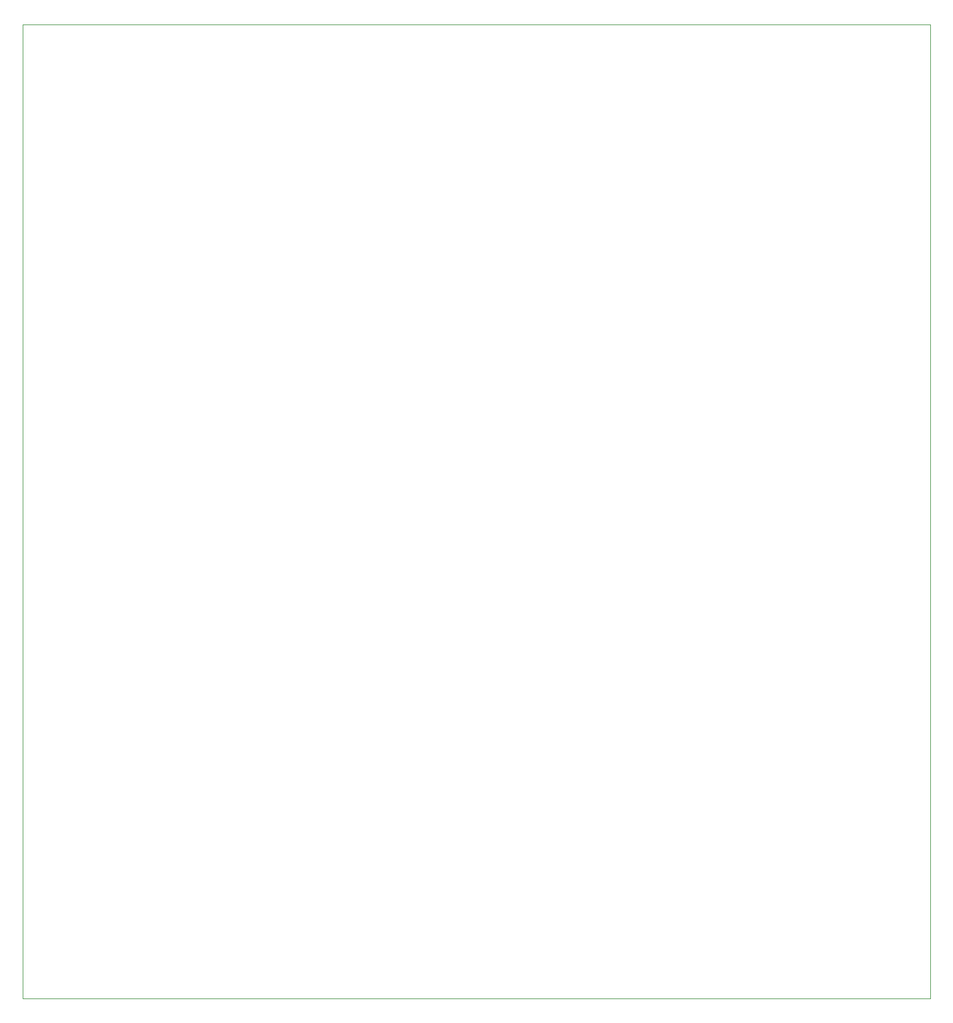
<source format=gbr>
G04 #@! TF.GenerationSoftware,KiCad,Pcbnew,(5.1.5)-3*
G04 #@! TF.CreationDate,2020-06-18T11:51:05-04:00*
G04 #@! TF.ProjectId,mtd415te,6d746434-3135-4746-952e-6b696361645f,rev?*
G04 #@! TF.SameCoordinates,Original*
G04 #@! TF.FileFunction,Profile,NP*
%FSLAX46Y46*%
G04 Gerber Fmt 4.6, Leading zero omitted, Abs format (unit mm)*
G04 Created by KiCad (PCBNEW (5.1.5)-3) date 2020-06-18 11:51:05*
%MOMM*%
%LPD*%
G04 APERTURE LIST*
%ADD10C,0.050000*%
G04 APERTURE END LIST*
D10*
X168910000Y-26416000D02*
X40386000Y-26416000D01*
X168910000Y-26670000D02*
X168910000Y-26416000D01*
X168910000Y-26924000D02*
X168910000Y-26670000D01*
X168910000Y-164338000D02*
X168910000Y-26924000D01*
X40386000Y-164338000D02*
X168910000Y-164338000D01*
X40386000Y-56388000D02*
X40386000Y-26416000D01*
X40386000Y-164338000D02*
X40386000Y-56388000D01*
M02*

</source>
